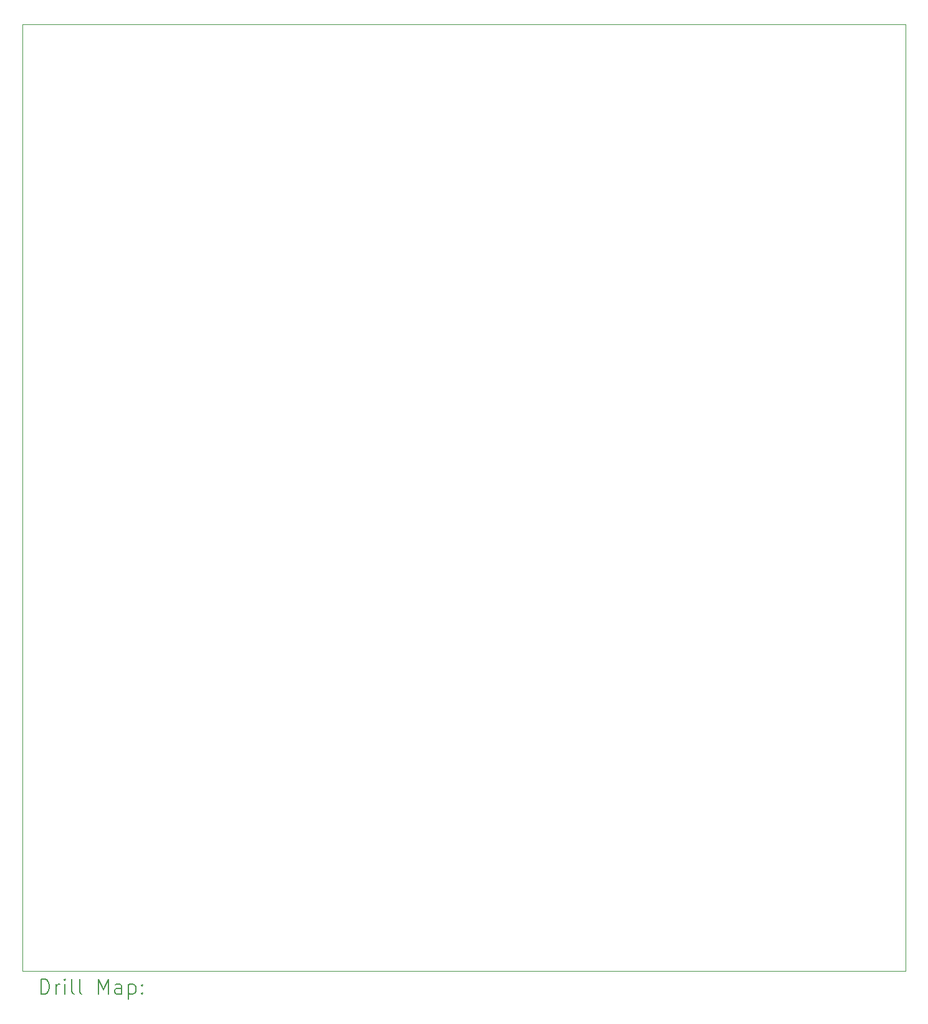
<source format=gbr>
%FSLAX45Y45*%
G04 Gerber Fmt 4.5, Leading zero omitted, Abs format (unit mm)*
G04 Created by KiCad (PCBNEW (6.0.6)) date 2022-11-24 12:53:57*
%MOMM*%
%LPD*%
G01*
G04 APERTURE LIST*
%TA.AperFunction,Profile*%
%ADD10C,0.050000*%
%TD*%
%ADD11C,0.200000*%
G04 APERTURE END LIST*
D10*
X4200000Y-3650000D02*
X4200000Y-16500000D01*
X4200000Y-3650000D02*
X16200000Y-3650000D01*
X16200000Y-3650000D02*
X16200000Y-16500000D01*
X16200000Y-16500000D02*
X4200000Y-16500000D01*
D11*
X4455119Y-16812976D02*
X4455119Y-16612976D01*
X4502738Y-16612976D01*
X4531310Y-16622500D01*
X4550357Y-16641548D01*
X4559881Y-16660595D01*
X4569405Y-16698690D01*
X4569405Y-16727262D01*
X4559881Y-16765357D01*
X4550357Y-16784405D01*
X4531310Y-16803452D01*
X4502738Y-16812976D01*
X4455119Y-16812976D01*
X4655119Y-16812976D02*
X4655119Y-16679643D01*
X4655119Y-16717738D02*
X4664643Y-16698690D01*
X4674167Y-16689167D01*
X4693214Y-16679643D01*
X4712262Y-16679643D01*
X4778929Y-16812976D02*
X4778929Y-16679643D01*
X4778929Y-16612976D02*
X4769405Y-16622500D01*
X4778929Y-16632024D01*
X4788452Y-16622500D01*
X4778929Y-16612976D01*
X4778929Y-16632024D01*
X4902738Y-16812976D02*
X4883690Y-16803452D01*
X4874167Y-16784405D01*
X4874167Y-16612976D01*
X5007500Y-16812976D02*
X4988452Y-16803452D01*
X4978929Y-16784405D01*
X4978929Y-16612976D01*
X5236071Y-16812976D02*
X5236071Y-16612976D01*
X5302738Y-16755833D01*
X5369405Y-16612976D01*
X5369405Y-16812976D01*
X5550357Y-16812976D02*
X5550357Y-16708214D01*
X5540833Y-16689167D01*
X5521786Y-16679643D01*
X5483690Y-16679643D01*
X5464643Y-16689167D01*
X5550357Y-16803452D02*
X5531310Y-16812976D01*
X5483690Y-16812976D01*
X5464643Y-16803452D01*
X5455119Y-16784405D01*
X5455119Y-16765357D01*
X5464643Y-16746309D01*
X5483690Y-16736786D01*
X5531310Y-16736786D01*
X5550357Y-16727262D01*
X5645595Y-16679643D02*
X5645595Y-16879643D01*
X5645595Y-16689167D02*
X5664643Y-16679643D01*
X5702738Y-16679643D01*
X5721786Y-16689167D01*
X5731309Y-16698690D01*
X5740833Y-16717738D01*
X5740833Y-16774881D01*
X5731309Y-16793929D01*
X5721786Y-16803452D01*
X5702738Y-16812976D01*
X5664643Y-16812976D01*
X5645595Y-16803452D01*
X5826548Y-16793929D02*
X5836071Y-16803452D01*
X5826548Y-16812976D01*
X5817024Y-16803452D01*
X5826548Y-16793929D01*
X5826548Y-16812976D01*
X5826548Y-16689167D02*
X5836071Y-16698690D01*
X5826548Y-16708214D01*
X5817024Y-16698690D01*
X5826548Y-16689167D01*
X5826548Y-16708214D01*
M02*

</source>
